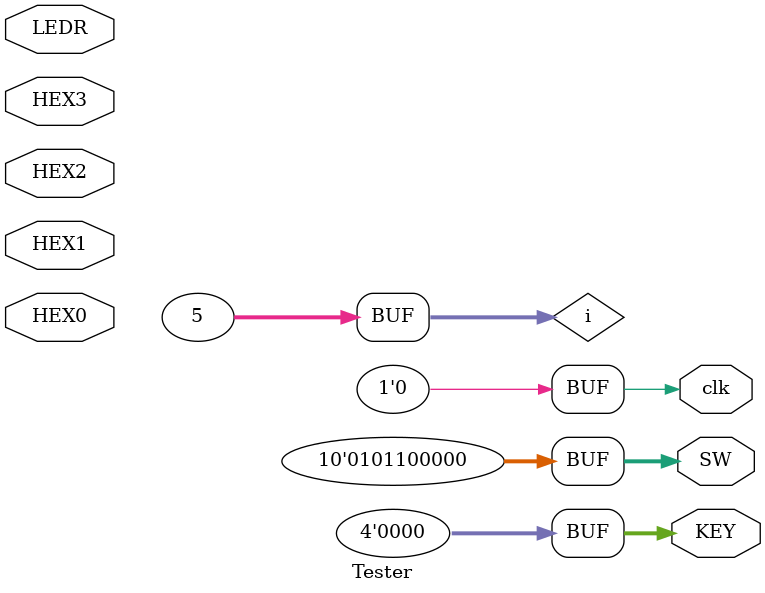
<source format=v>

module aluDemo (HEX0,HEX1,HEX2,HEX3,LEDR,SW,KEY,clk);
	output [6:0] HEX0,HEX1,HEX2,HEX3;
	input [9:0] SW;
	input [3:0] KEY;
	input clk;
	output [9:0] LEDR;
	
	reg [3:0] tHex0,tHex1,tHex2,tHex3;
	wire [6:0] oHex0,oHex1,oHex2,oHex3;
	reg [2:0] Control;
	reg [31:0]BusA,BusB,TempBusA,TempBusB,TempOutBus;
	wire Overflow,Carry,Negative,Zero;
	wire [31:0] outBus;
	reg outZero,outOverflow,outCarry,outNegative;
	integer i;
	reg start;
	
	
	alu my_alu(outBus,Zero,Overflow,Carry,Negative,BusA,BusB,Control);
	
	initial begin
		tHex0=1'b0;
		tHex1=1'b0;
		tHex2=1'b0;
		tHex3=1'b0;
		Control=1'b0;
		BusA=1'b0;
		BusB=1'b0;
		TempBusA=1'b0;
		TempBusB=1'b0;
		TempOutBus=1'b0;
		i=0;
		start=1'b0;
	end
	/*
	always @ (posedge KEY[3]) begin
		if (KEY[3]) begin
			tHex0=1'b0;
			tHex1=1'b0;
			tHex2=1'b0;
			tHex3=1'b0;
			Control=1'b0;
			BusA=1'b0;
			BusB=1'b0;
			TempBusA=1'b0;
			TempBusB=1'b0;
			TempOutBus=1'b0;
		end
	end
	*/
	always @ (negedge clk) begin
		if (KEY[1]) begin
			//TempOutBus=outBus;
			outNegative=Negative;
			outZero=Zero;
			outOverflow=Overflow;
			outCarry=Carry;
			TempOutBus=outBus;
			if (SW[9]) begin
		
			tHex3=TempOutBus[15:12];
			tHex2=TempOutBus[11:8];
			tHex1=TempOutBus[7:4];
			tHex0=TempOutBus[3:0];
		end
		else if (SW[8]) begin
			tHex3=TempBusB[15:12];
			tHex2=TempBusB[11:8];
			tHex1=TempBusB[7:4];
			tHex0=TempBusB[3:0];
		end
		else begin
			tHex3=TempBusA[15:12];
			tHex2=TempBusA[11:8];
			tHex1=TempBusA[7:4];
			tHex0=TempBusA[3:0];
		end
		end
	end
	
	always @ (posedge clk or posedge KEY[3]) begin
		if (KEY[3]) begin
			//tHex0=1'b0;
			//tHex1=1'b0;
			//tHex2=1'b0;
			//tHex3=1'b0;
			Control=1'b0;
			BusA=1'b0;
			BusB=1'b0;
			TempBusA=1'b0;
			TempBusB=1'b0;
			//TempOutBus=1'b0;
		end else begin
		

		//Modify Temp Data
		if (SW[3]&&(SW[9:8]==1'b0)) TempBusA[15:12]=TempBusA[15:12]+1'b1;
		if (SW[2]&&(SW[9:8]==1'b0)) TempBusA[11:8]=TempBusA[11:8]+1'b1;
		if (SW[1]&&(SW[9:8]==1'b0)) TempBusA[7:4]=TempBusA[7:4]+1'b1;
		if (SW[0]&&(SW[9:8]==1'b0)) TempBusA[3:0]=TempBusA[3:0]+1'b1;
		if (SW[3]&&(SW[9:8]==1'b1)) TempBusB[15:12]=TempBusB[15:12]+1'b1;
		if (SW[2]&&(SW[9:8]==1'b1)) TempBusB[11:8]=TempBusB[11:8]+1'b1;
		if (SW[1]&&(SW[9:8]==1'b1)) TempBusB[7:4]=TempBusB[7:4]+1'b1;
		if (SW[0]&&(SW[9:8]==1'b1)) TempBusB[3:0]=TempBusB[3:0]+1'b1;
		
		//Load the input data into the alu
		if (KEY[0]&&(SW[9:8]==1'b0)) BusA=TempBusA;
		else if (KEY[0]&&(SW[9:8]==1'b1)) BusB=TempBusB;
		
		//Control Input
		if (KEY[1]) begin
			start=1'b1;
			//PrevControl=Control;
			
		end	
		//else Control=1'b0;
		
		if (start) begin
			i=i+1;
			Control=i;
		end
		
		//Display
		/*if (SW[9]) begin
		
			tHex3=TempOutBus[15:12];
			tHex2=TempOutBus[11:8];
			tHex1=TempOutBus[7:4];
			tHex0=TempOutBus[3:0];
		end
		else if (SW[8]) begin
			tHex3=TempBusB[15:12];
			tHex2=TempBusB[11:8];
			tHex1=TempBusB[7:4];
			tHex0=TempBusB[3:0];
		end
		else begin
			tHex3=TempBusA[15:12];
			tHex2=TempBusA[11:8];
			tHex1=TempBusA[7:4];
			tHex0=TempBusA[3:0];
		end*/
		
		end

	end
	
	HexDecode hex0 (.outHex(oHex0),.code(tHex0));
	HexDecode hex1 (.outHex(oHex1),.code(tHex1));
	HexDecode hex2 (.outHex(oHex2),.code(tHex2));
	HexDecode hex3 (.outHex(oHex3),.code(tHex3));
	
	
	
	assign LEDR[9]=outCarry;
	assign LEDR[8]=outNegative;
	assign LEDR[7]=outOverflow;
	assign LEDR[6]=outZero;
	assign HEX0=oHex0;
	assign HEX1=oHex1;
	assign HEX2=oHex2;
	assign HEX3=oHex3;
	
endmodule


module HexDecode (outHex,code);
	input [3:0] code;
	reg [6:0] tempHex;
	output [6:0] outHex;
	
	always @ (*) begin
	case (code)
		4'b0000: 	tempHex = 7'b1000000; // 0 
		4'b0001: 	tempHex = 7'b1111001; // 1 
		4'b0010: 	tempHex = 7'b0100100; // 2 
		4'b0011: 	tempHex = 7'b0110000; // 3 
		4'b0100: 	tempHex = 7'b0011001; // 4 
		4'b0101: 	tempHex = 7'b0010010; // 5 
		4'b0110: 	tempHex = 7'b0000010; // 6 
		4'b0111: 	tempHex = 7'b1111000; // 7 
		4'b1000: 	tempHex = 7'b0000000; // 8 
		4'b1001: 	tempHex = 7'b0010000; // 9 
		4'b1010:		tempHex = 7'b0001000; // A
		4'b1011:		tempHex = 7'b0000011; // b	
		4'b1100:		tempHex = 7'b1000110; // C
		4'b1101:		tempHex = 7'b0100001; // d
		4'b1110:		tempHex = 7'b0000110; // E
		4'b1111:		tempHex = 7'b0001110; // F
		default tempHex = 7'bx; 		// default state
	endcase
	end
	
	assign outHex=tempHex;
endmodule

//TESTING

module testBench;

	wire [6:0] HEX0,HEX1,HEX2,HEX3;
	wire [9:0] SW;
	wire [3:0] KEY;
	wire [9:0] LEDR;
	wire clk;
	
	aluDemo my_aluDemo (HEX0,HEX1,HEX2,HEX3,LEDR,SW,KEY,clk);
	Tester aTester (HEX0,HEX1,HEX2,HEX3,LEDR,SW,KEY,clk);

	initial begin
		$dumpfile ("aluDemo.vcd");
		$dumpvars (1,my_aluDemo);
	end
	
endmodule

module Tester (HEX0,HEX1,HEX2,HEX3,LEDR,SW,KEY,clk);

	input wire [6:0] HEX0,HEX1,HEX2,HEX3;
	input wire [9:0] LEDR;
	output reg [9:0] SW;
	output reg [3:0] KEY;
	output reg clk;
	
	parameter stimDelay = 1;
	
	initial
		begin
			//$display ("\t clk \t address \t data \t RW \t OE");
			$monitor ("clk:%b\t HEX1:%b \t\t HEX0:%b \t\t HEX3:%b \t\t HEX2:%b \t KEY0:%b\t KEY1:%b",clk, HEX1,HEX0,HEX3,HEX2,KEY[0],KEY[1]);
		end
	
	integer i;
	
	initial
		begin
			#stimDelay; clk=1'b1; SW=1'b0; KEY=1'b0;
			#stimDelay; clk=1'b0;
			for (i=0;i<28;i=i+1) begin
				#stimDelay; clk=1'b1; SW[0]=1'b1;SW[9:8]=1'b0;
				#stimDelay; clk=1'b0;
			
			end
			#stimDelay; clk=1'b1;SW[0]=1'b0;SW[9:8]=1'b0;
			#stimDelay; clk=1'b0;
			for (i=0;i<5;i=i+1) begin
				#stimDelay; clk=1'b1; SW[0]=1'b1;SW[9:8]=1'b1;
				#stimDelay; clk=1'b0;
			
			end
			
			#stimDelay; clk=1'b1;SW[0]=1'b0;SW[9:8]=1'b0;
			#stimDelay; clk=1'b0;
			#stimDelay; clk=1'b1; 
			#stimDelay; clk=1'b0;
			#stimDelay; clk=1'b1; KEY[0]=1'b1;
			#stimDelay; clk=1'b0;
			#stimDelay; clk=1'b1; SW[9:8]=1'b0;
			#stimDelay; clk=1'b0;
			#stimDelay; clk=1'b1; KEY[0]=1'b0;
			#stimDelay; clk=1'b0;
			#stimDelay; clk=1'b1; SW[9:8]=1'b1;
			#stimDelay; clk=1'b0;
			#stimDelay; clk=1'b1; KEY[0]=1'b1;
			#stimDelay; clk=1'b0;
			#stimDelay; clk=1'b1; KEY[0]=1'b0;
			#stimDelay; clk=1'b0;
			
			
			#stimDelay; clk=1'b1; KEY[1]=1'b1; SW[6:4]=3'b011;
			#stimDelay; clk=1'b0;
			#stimDelay; clk=1'b1; KEY[1]=1'b0;
			#stimDelay; clk=1'b0;
			
			#stimDelay; clk=1'b1; KEY[1]=1'b1;
			#stimDelay; clk=1'b0;
			#stimDelay; clk=1'b1; KEY[1]=1'b0;
			#stimDelay; clk=1'b0;
			
			#stimDelay; clk=1'b1; KEY[1]=1'b1; SW[6:4]=3'b100;
			#stimDelay; clk=1'b0;
			#stimDelay; clk=1'b1; KEY[1]=1'b0;
			#stimDelay; clk=1'b0;
			
			#stimDelay; clk=1'b1; KEY[1]=1'b1;
			#stimDelay; clk=1'b0;
			#stimDelay; clk=1'b1; KEY[1]=1'b0;
			#stimDelay; clk=1'b0;
			
			#stimDelay; clk=1'b1; KEY[1]=1'b1; SW[6:4]=3'b101;
			#stimDelay; clk=1'b0;
			#stimDelay; clk=1'b1; KEY[1]=1'b0;
			#stimDelay; clk=1'b0;
			
			#stimDelay; clk=1'b1; KEY[1]=1'b1;
			#stimDelay; clk=1'b0;
			#stimDelay; clk=1'b1; KEY[1]=1'b0;
			#stimDelay; clk=1'b0;
			
			#stimDelay; clk=1'b1; KEY[1]=1'b1; SW[6:4]=3'b110;
			#stimDelay; clk=1'b0;
			#stimDelay; clk=1'b1; KEY[1]=1'b0;
			#stimDelay; clk=1'b0;
			
			#stimDelay; clk=1'b1; KEY[1]=1'b1;
			#stimDelay; clk=1'b0;
			#stimDelay; clk=1'b1; KEY[1]=1'b0;
			#stimDelay; clk=1'b0;
			
			#stimDelay; clk=1'b1;
			#stimDelay; clk=1'b0;
			#stimDelay; clk=1'b1;
			#stimDelay; clk=1'b0;
			#stimDelay; clk=1'b1;
			#stimDelay; clk=1'b0;
			#stimDelay; clk=1'b1;
			#stimDelay; clk=1'b0;
			#stimDelay; clk=1'b1;
			#stimDelay; clk=1'b0;
			#stimDelay; clk=1'b1;
			#stimDelay; clk=1'b0;
			#stimDelay; clk=1'b1;
			#stimDelay; clk=1'b0;
			#stimDelay; clk=1'b1;
			#stimDelay; clk=1'b0;
			#stimDelay; clk=1'b1;
			#stimDelay; clk=1'b0;
			#stimDelay; clk=1'b1;
			#stimDelay; clk=1'b0;
			#stimDelay; clk=1'b1;
			#stimDelay; clk=1'b0;
			#stimDelay; clk=1'b1;
			#stimDelay; clk=1'b0;
			#stimDelay; clk=1'b1;
			#stimDelay; clk=1'b0;
			#stimDelay; clk=1'b1;
			#stimDelay; clk=1'b0;
			#stimDelay; clk=1'b1;
			#stimDelay; clk=1'b0;
			#stimDelay; clk=1'b1;
			#stimDelay; clk=1'b0;
			#stimDelay; clk=1'b1;
			#stimDelay; clk=1'b0;
			#stimDelay; clk=1'b1;
			#stimDelay; clk=1'b0;
			#stimDelay; clk=1'b1;
			#stimDelay; clk=1'b0;
			#stimDelay; clk=1'b1;
			#stimDelay; clk=1'b0;
			#stimDelay; clk=1'b1;
			#stimDelay; clk=1'b0;
			#stimDelay; clk=1'b1;
			#stimDelay; clk=1'b0;

		end

endmodule

</source>
